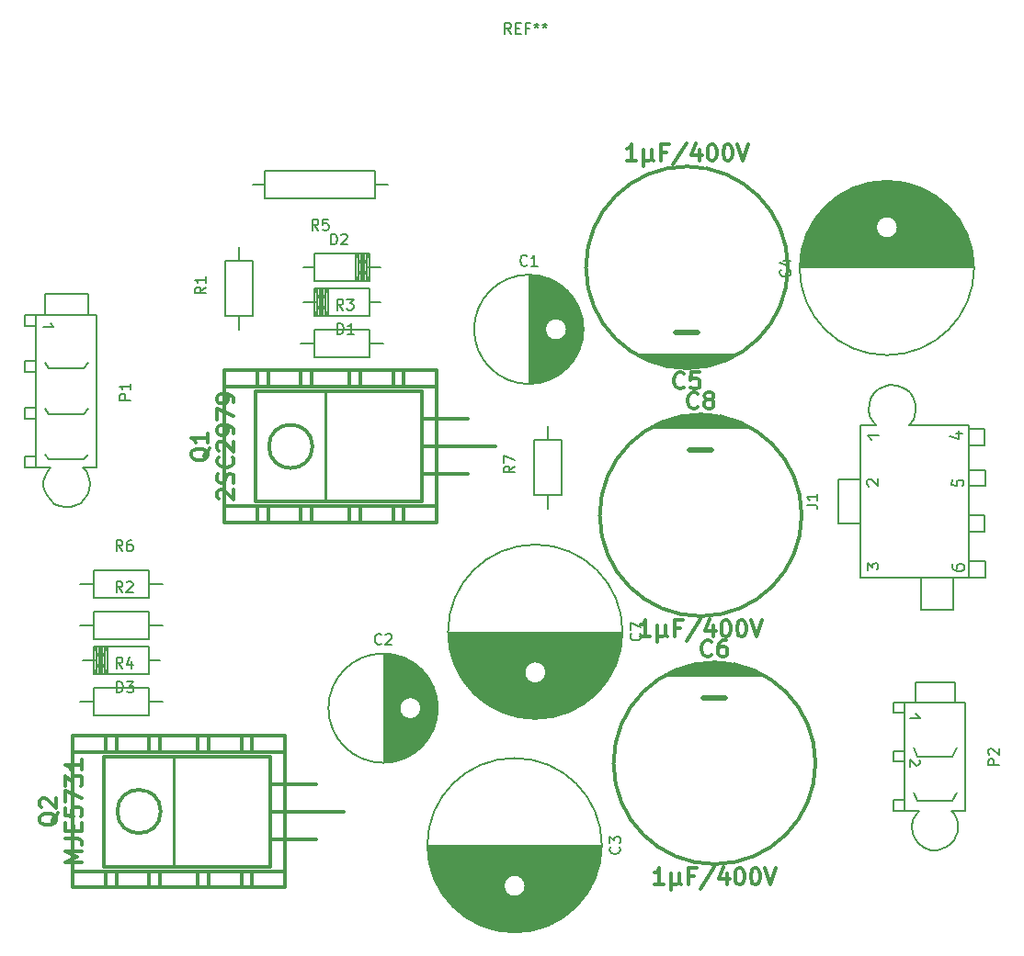
<source format=gbr>
G04 #@! TF.FileFunction,Legend,Top*
%FSLAX46Y46*%
G04 Gerber Fmt 4.6, Leading zero omitted, Abs format (unit mm)*
G04 Created by KiCad (PCBNEW 4.0.7) date 04/22/18 21:31:13*
%MOMM*%
%LPD*%
G01*
G04 APERTURE LIST*
%ADD10C,0.100000*%
%ADD11C,0.150000*%
%ADD12C,0.304800*%
%ADD13C,0.254000*%
%ADD14C,0.500000*%
G04 APERTURE END LIST*
D10*
D11*
X155830000Y-64120000D02*
X171830000Y-64120000D01*
X155833000Y-63980000D02*
X171827000Y-63980000D01*
X155838000Y-63840000D02*
X171822000Y-63840000D01*
X155845000Y-63700000D02*
X171815000Y-63700000D01*
X155855000Y-63560000D02*
X171805000Y-63560000D01*
X155868000Y-63420000D02*
X171792000Y-63420000D01*
X155882000Y-63280000D02*
X171778000Y-63280000D01*
X155900000Y-63140000D02*
X171760000Y-63140000D01*
X155920000Y-63000000D02*
X171740000Y-63000000D01*
X155942000Y-62860000D02*
X171718000Y-62860000D01*
X155967000Y-62720000D02*
X171693000Y-62720000D01*
X155995000Y-62580000D02*
X171665000Y-62580000D01*
X156025000Y-62440000D02*
X171635000Y-62440000D01*
X156058000Y-62300000D02*
X171602000Y-62300000D01*
X156093000Y-62160000D02*
X171567000Y-62160000D01*
X156131000Y-62020000D02*
X171529000Y-62020000D01*
X156172000Y-61880000D02*
X171488000Y-61880000D01*
X156216000Y-61740000D02*
X171444000Y-61740000D01*
X156263000Y-61600000D02*
X171397000Y-61600000D01*
X156312000Y-61460000D02*
X171348000Y-61460000D01*
X156364000Y-61320000D02*
X163346000Y-61320000D01*
X164314000Y-61320000D02*
X171296000Y-61320000D01*
X156420000Y-61180000D02*
X163152000Y-61180000D01*
X164508000Y-61180000D02*
X171240000Y-61180000D01*
X156478000Y-61040000D02*
X163026000Y-61040000D01*
X164634000Y-61040000D02*
X171182000Y-61040000D01*
X156540000Y-60900000D02*
X162940000Y-60900000D01*
X164720000Y-60900000D02*
X171120000Y-60900000D01*
X156605000Y-60760000D02*
X162881000Y-60760000D01*
X164779000Y-60760000D02*
X171055000Y-60760000D01*
X156673000Y-60620000D02*
X162845000Y-60620000D01*
X164815000Y-60620000D02*
X170987000Y-60620000D01*
X156745000Y-60480000D02*
X162831000Y-60480000D01*
X164829000Y-60480000D02*
X170915000Y-60480000D01*
X156820000Y-60340000D02*
X162836000Y-60340000D01*
X164824000Y-60340000D02*
X170840000Y-60340000D01*
X156899000Y-60200000D02*
X162860000Y-60200000D01*
X164800000Y-60200000D02*
X170761000Y-60200000D01*
X156982000Y-60060000D02*
X162907000Y-60060000D01*
X164753000Y-60060000D02*
X170678000Y-60060000D01*
X157068000Y-59920000D02*
X162979000Y-59920000D01*
X164681000Y-59920000D02*
X170592000Y-59920000D01*
X157159000Y-59780000D02*
X163083000Y-59780000D01*
X164577000Y-59780000D02*
X170501000Y-59780000D01*
X157253000Y-59640000D02*
X163237000Y-59640000D01*
X164423000Y-59640000D02*
X170407000Y-59640000D01*
X157353000Y-59500000D02*
X163503000Y-59500000D01*
X164157000Y-59500000D02*
X170307000Y-59500000D01*
X157456000Y-59360000D02*
X170204000Y-59360000D01*
X157565000Y-59220000D02*
X170095000Y-59220000D01*
X157679000Y-59080000D02*
X169981000Y-59080000D01*
X157798000Y-58940000D02*
X169862000Y-58940000D01*
X157923000Y-58800000D02*
X169737000Y-58800000D01*
X158054000Y-58660000D02*
X169606000Y-58660000D01*
X158191000Y-58520000D02*
X169469000Y-58520000D01*
X158336000Y-58380000D02*
X169324000Y-58380000D01*
X158488000Y-58240000D02*
X169172000Y-58240000D01*
X158648000Y-58100000D02*
X169012000Y-58100000D01*
X158818000Y-57960000D02*
X168842000Y-57960000D01*
X158997000Y-57820000D02*
X168663000Y-57820000D01*
X159187000Y-57680000D02*
X168473000Y-57680000D01*
X159390000Y-57540000D02*
X168270000Y-57540000D01*
X159608000Y-57400000D02*
X168052000Y-57400000D01*
X159842000Y-57260000D02*
X167818000Y-57260000D01*
X160096000Y-57120000D02*
X167564000Y-57120000D01*
X160374000Y-56980000D02*
X167286000Y-56980000D01*
X160683000Y-56840000D02*
X166977000Y-56840000D01*
X161033000Y-56700000D02*
X166627000Y-56700000D01*
X161441000Y-56560000D02*
X166219000Y-56560000D01*
X161946000Y-56420000D02*
X165714000Y-56420000D01*
X162667000Y-56280000D02*
X164993000Y-56280000D01*
X164830000Y-60445000D02*
G75*
G03X164830000Y-60445000I-1000000J0D01*
G01*
X171867500Y-64195000D02*
G75*
G03X171867500Y-64195000I-8037500J0D01*
G01*
X90805000Y-102870000D02*
X95885000Y-102870000D01*
X95885000Y-102870000D02*
X95885000Y-105410000D01*
X95885000Y-105410000D02*
X90805000Y-105410000D01*
X90805000Y-105410000D02*
X90805000Y-102870000D01*
X90805000Y-104140000D02*
X89535000Y-104140000D01*
X95885000Y-104140000D02*
X97155000Y-104140000D01*
X90805000Y-95885000D02*
X95885000Y-95885000D01*
X95885000Y-95885000D02*
X95885000Y-98425000D01*
X95885000Y-98425000D02*
X90805000Y-98425000D01*
X90805000Y-98425000D02*
X90805000Y-95885000D01*
X90805000Y-97155000D02*
X89535000Y-97155000D01*
X95885000Y-97155000D02*
X97155000Y-97155000D01*
X116205000Y-67310000D02*
X117221000Y-67310000D01*
X111379000Y-67310000D02*
X110109000Y-67310000D01*
X111633000Y-66040000D02*
X111633000Y-68580000D01*
X111887000Y-66040000D02*
X111887000Y-68580000D01*
X112141000Y-66040000D02*
X112141000Y-68580000D01*
X111379000Y-66040000D02*
X111379000Y-68580000D01*
X112395000Y-66040000D02*
X111125000Y-68580000D01*
X111125000Y-66040000D02*
X112395000Y-68580000D01*
X112395000Y-66040000D02*
X112395000Y-68580000D01*
X111760000Y-66040000D02*
X111760000Y-68580000D01*
X111125000Y-68580000D02*
X111125000Y-66040000D01*
X111125000Y-66040000D02*
X116205000Y-66040000D01*
X116205000Y-66040000D02*
X116205000Y-68580000D01*
X116205000Y-68580000D02*
X111125000Y-68580000D01*
X111125000Y-64135000D02*
X110109000Y-64135000D01*
X115951000Y-64135000D02*
X117221000Y-64135000D01*
X115697000Y-65405000D02*
X115697000Y-62865000D01*
X115443000Y-65405000D02*
X115443000Y-62865000D01*
X115189000Y-65405000D02*
X115189000Y-62865000D01*
X115951000Y-65405000D02*
X115951000Y-62865000D01*
X114935000Y-65405000D02*
X116205000Y-62865000D01*
X116205000Y-65405000D02*
X114935000Y-62865000D01*
X114935000Y-65405000D02*
X114935000Y-62865000D01*
X115570000Y-65405000D02*
X115570000Y-62865000D01*
X116205000Y-62865000D02*
X116205000Y-65405000D01*
X116205000Y-65405000D02*
X111125000Y-65405000D01*
X111125000Y-65405000D02*
X111125000Y-62865000D01*
X111125000Y-62865000D02*
X116205000Y-62865000D01*
X95885000Y-100327460D02*
X96901000Y-100327460D01*
X91059000Y-100327460D02*
X89789000Y-100327460D01*
X91313000Y-99057460D02*
X91313000Y-101597460D01*
X91567000Y-99057460D02*
X91567000Y-101597460D01*
X91821000Y-99057460D02*
X91821000Y-101597460D01*
X91059000Y-99057460D02*
X91059000Y-101597460D01*
X92075000Y-99057460D02*
X90805000Y-101597460D01*
X90805000Y-99057460D02*
X92075000Y-101597460D01*
X92075000Y-99057460D02*
X92075000Y-101597460D01*
X91440000Y-99057460D02*
X91440000Y-101597460D01*
X90805000Y-101597460D02*
X90805000Y-99057460D01*
X90805000Y-99057460D02*
X95885000Y-99057460D01*
X95885000Y-99057460D02*
X95885000Y-101597460D01*
X95885000Y-101597460D02*
X90805000Y-101597460D01*
D12*
X110915632Y-80645000D02*
G75*
G03X110915632Y-80645000I-2000432J0D01*
G01*
X119339360Y-75145900D02*
X119339360Y-73644760D01*
X118341140Y-75145900D02*
X118341140Y-73644760D01*
X115338860Y-75145900D02*
X115338860Y-73644760D01*
X114340640Y-75145900D02*
X114340640Y-73644760D01*
X110840520Y-75145900D02*
X110840520Y-73644760D01*
X109839760Y-75145900D02*
X109839760Y-73644760D01*
X106840020Y-75145900D02*
X106840020Y-73644760D01*
X105839260Y-75145900D02*
X105839260Y-73644760D01*
X105839260Y-87645240D02*
X105839260Y-86144100D01*
X106840020Y-87645240D02*
X106840020Y-86144100D01*
X109839760Y-87645240D02*
X109839760Y-86144100D01*
X110840520Y-87645240D02*
X110840520Y-86144100D01*
X114340640Y-87645240D02*
X114340640Y-86144100D01*
X115338860Y-87645240D02*
X115338860Y-86144100D01*
X118341140Y-87645240D02*
X118341140Y-86144100D01*
X119339360Y-87645240D02*
X119339360Y-86144100D01*
X102839520Y-75145900D02*
X122339100Y-75145900D01*
X122339100Y-86144100D02*
X102839520Y-86144100D01*
X122339100Y-87645240D02*
X122339100Y-73644760D01*
X122339100Y-73644760D02*
X102839520Y-73644760D01*
X102839520Y-73644760D02*
X102839520Y-87645240D01*
X102839520Y-87645240D02*
X122339100Y-87645240D01*
X121031000Y-80645000D02*
X127762000Y-80645000D01*
X125222000Y-78105000D02*
X121031000Y-78105000D01*
X125222000Y-83185000D02*
X121031000Y-83185000D01*
X121031000Y-85725000D02*
X121031000Y-75565000D01*
X105664000Y-75565000D02*
X105664000Y-85725000D01*
X121031000Y-75565000D02*
X105664000Y-75565000D01*
X105664000Y-85725000D02*
X121031000Y-85725000D01*
D13*
X112141000Y-75565000D02*
X112141000Y-85725000D01*
D12*
X96945632Y-114300000D02*
G75*
G03X96945632Y-114300000I-2000432J0D01*
G01*
X105369360Y-108800900D02*
X105369360Y-107299760D01*
X104371140Y-108800900D02*
X104371140Y-107299760D01*
X101368860Y-108800900D02*
X101368860Y-107299760D01*
X100370640Y-108800900D02*
X100370640Y-107299760D01*
X96870520Y-108800900D02*
X96870520Y-107299760D01*
X95869760Y-108800900D02*
X95869760Y-107299760D01*
X92870020Y-108800900D02*
X92870020Y-107299760D01*
X91869260Y-108800900D02*
X91869260Y-107299760D01*
X91869260Y-121300240D02*
X91869260Y-119799100D01*
X92870020Y-121300240D02*
X92870020Y-119799100D01*
X95869760Y-121300240D02*
X95869760Y-119799100D01*
X96870520Y-121300240D02*
X96870520Y-119799100D01*
X100370640Y-121300240D02*
X100370640Y-119799100D01*
X101368860Y-121300240D02*
X101368860Y-119799100D01*
X104371140Y-121300240D02*
X104371140Y-119799100D01*
X105369360Y-121300240D02*
X105369360Y-119799100D01*
X88869520Y-108800900D02*
X108369100Y-108800900D01*
X108369100Y-119799100D02*
X88869520Y-119799100D01*
X108369100Y-121300240D02*
X108369100Y-107299760D01*
X108369100Y-107299760D02*
X88869520Y-107299760D01*
X88869520Y-107299760D02*
X88869520Y-121300240D01*
X88869520Y-121300240D02*
X108369100Y-121300240D01*
X107061000Y-114300000D02*
X113792000Y-114300000D01*
X111252000Y-111760000D02*
X107061000Y-111760000D01*
X111252000Y-116840000D02*
X107061000Y-116840000D01*
X107061000Y-119380000D02*
X107061000Y-109220000D01*
X91694000Y-109220000D02*
X91694000Y-119380000D01*
X107061000Y-109220000D02*
X91694000Y-109220000D01*
X91694000Y-119380000D02*
X107061000Y-119380000D01*
D13*
X98171000Y-109220000D02*
X98171000Y-119380000D01*
D11*
X102870000Y-68580000D02*
X102870000Y-63500000D01*
X102870000Y-63500000D02*
X105410000Y-63500000D01*
X105410000Y-63500000D02*
X105410000Y-68580000D01*
X105410000Y-68580000D02*
X102870000Y-68580000D01*
X104140000Y-68580000D02*
X104140000Y-69850000D01*
X104140000Y-63500000D02*
X104140000Y-62230000D01*
X111125000Y-69850000D02*
X116205000Y-69850000D01*
X116205000Y-69850000D02*
X116205000Y-72390000D01*
X116205000Y-72390000D02*
X111125000Y-72390000D01*
X111125000Y-72390000D02*
X111125000Y-69850000D01*
X111125000Y-71120000D02*
X109855000Y-71120000D01*
X116205000Y-71120000D02*
X117475000Y-71120000D01*
X116720000Y-57785000D02*
X116720000Y-55245000D01*
X116720000Y-55245000D02*
X106560000Y-55245000D01*
X106560000Y-55245000D02*
X106560000Y-57785000D01*
X106560000Y-57785000D02*
X116720000Y-57785000D01*
X105410000Y-56515000D02*
X106560000Y-56515000D01*
X117870000Y-56515000D02*
X116720000Y-56515000D01*
X90805000Y-92075000D02*
X95885000Y-92075000D01*
X95885000Y-92075000D02*
X95885000Y-94615000D01*
X95885000Y-94615000D02*
X90805000Y-94615000D01*
X90805000Y-94615000D02*
X90805000Y-92075000D01*
X90805000Y-93345000D02*
X89535000Y-93345000D01*
X95885000Y-93345000D02*
X97155000Y-93345000D01*
X131318000Y-85090000D02*
X131318000Y-80010000D01*
X131318000Y-80010000D02*
X133858000Y-80010000D01*
X133858000Y-80010000D02*
X133858000Y-85090000D01*
X133858000Y-85090000D02*
X131318000Y-85090000D01*
X132588000Y-85090000D02*
X132588000Y-86360000D01*
X132588000Y-80010000D02*
X132588000Y-78740000D01*
X130925000Y-64851000D02*
X130925000Y-74849000D01*
X131065000Y-64855000D02*
X131065000Y-74845000D01*
X131205000Y-64863000D02*
X131205000Y-74837000D01*
X131345000Y-64875000D02*
X131345000Y-74825000D01*
X131485000Y-64890000D02*
X131485000Y-74810000D01*
X131625000Y-64910000D02*
X131625000Y-74790000D01*
X131765000Y-64934000D02*
X131765000Y-74766000D01*
X131905000Y-64963000D02*
X131905000Y-74737000D01*
X132045000Y-64995000D02*
X132045000Y-74705000D01*
X132185000Y-65032000D02*
X132185000Y-74668000D01*
X132325000Y-65073000D02*
X132325000Y-74627000D01*
X132465000Y-65118000D02*
X132465000Y-69384000D01*
X132465000Y-70316000D02*
X132465000Y-74582000D01*
X132605000Y-65168000D02*
X132605000Y-69183000D01*
X132605000Y-70517000D02*
X132605000Y-74532000D01*
X132745000Y-65223000D02*
X132745000Y-69054000D01*
X132745000Y-70646000D02*
X132745000Y-74477000D01*
X132885000Y-65283000D02*
X132885000Y-68965000D01*
X132885000Y-70735000D02*
X132885000Y-74417000D01*
X133025000Y-65348000D02*
X133025000Y-68904000D01*
X133025000Y-70796000D02*
X133025000Y-74352000D01*
X133165000Y-65418000D02*
X133165000Y-68867000D01*
X133165000Y-70833000D02*
X133165000Y-74282000D01*
X133305000Y-65494000D02*
X133305000Y-68851000D01*
X133305000Y-70849000D02*
X133305000Y-74206000D01*
X133445000Y-65576000D02*
X133445000Y-68855000D01*
X133445000Y-70845000D02*
X133445000Y-74124000D01*
X133585000Y-65664000D02*
X133585000Y-68878000D01*
X133585000Y-70822000D02*
X133585000Y-74036000D01*
X133725000Y-65759000D02*
X133725000Y-68923000D01*
X133725000Y-70777000D02*
X133725000Y-73941000D01*
X133865000Y-65861000D02*
X133865000Y-68993000D01*
X133865000Y-70707000D02*
X133865000Y-73839000D01*
X134005000Y-65971000D02*
X134005000Y-69094000D01*
X134005000Y-70606000D02*
X134005000Y-73729000D01*
X134145000Y-66089000D02*
X134145000Y-69243000D01*
X134145000Y-70457000D02*
X134145000Y-73611000D01*
X134285000Y-66217000D02*
X134285000Y-69495000D01*
X134285000Y-70205000D02*
X134285000Y-73483000D01*
X134425000Y-66354000D02*
X134425000Y-73346000D01*
X134565000Y-66504000D02*
X134565000Y-73196000D01*
X134705000Y-66666000D02*
X134705000Y-73034000D01*
X134845000Y-66843000D02*
X134845000Y-72857000D01*
X134985000Y-67039000D02*
X134985000Y-72661000D01*
X135125000Y-67257000D02*
X135125000Y-72443000D01*
X135265000Y-67503000D02*
X135265000Y-72197000D01*
X135405000Y-67788000D02*
X135405000Y-71912000D01*
X135545000Y-68130000D02*
X135545000Y-71570000D01*
X135685000Y-68576000D02*
X135685000Y-71124000D01*
X135825000Y-69351000D02*
X135825000Y-70349000D01*
X134350000Y-69850000D02*
G75*
G03X134350000Y-69850000I-1000000J0D01*
G01*
X135887500Y-69850000D02*
G75*
G03X135887500Y-69850000I-5037500J0D01*
G01*
X117510000Y-99776000D02*
X117510000Y-109774000D01*
X117650000Y-99780000D02*
X117650000Y-109770000D01*
X117790000Y-99788000D02*
X117790000Y-109762000D01*
X117930000Y-99800000D02*
X117930000Y-109750000D01*
X118070000Y-99815000D02*
X118070000Y-109735000D01*
X118210000Y-99835000D02*
X118210000Y-109715000D01*
X118350000Y-99859000D02*
X118350000Y-109691000D01*
X118490000Y-99888000D02*
X118490000Y-109662000D01*
X118630000Y-99920000D02*
X118630000Y-109630000D01*
X118770000Y-99957000D02*
X118770000Y-109593000D01*
X118910000Y-99998000D02*
X118910000Y-109552000D01*
X119050000Y-100043000D02*
X119050000Y-104309000D01*
X119050000Y-105241000D02*
X119050000Y-109507000D01*
X119190000Y-100093000D02*
X119190000Y-104108000D01*
X119190000Y-105442000D02*
X119190000Y-109457000D01*
X119330000Y-100148000D02*
X119330000Y-103979000D01*
X119330000Y-105571000D02*
X119330000Y-109402000D01*
X119470000Y-100208000D02*
X119470000Y-103890000D01*
X119470000Y-105660000D02*
X119470000Y-109342000D01*
X119610000Y-100273000D02*
X119610000Y-103829000D01*
X119610000Y-105721000D02*
X119610000Y-109277000D01*
X119750000Y-100343000D02*
X119750000Y-103792000D01*
X119750000Y-105758000D02*
X119750000Y-109207000D01*
X119890000Y-100419000D02*
X119890000Y-103776000D01*
X119890000Y-105774000D02*
X119890000Y-109131000D01*
X120030000Y-100501000D02*
X120030000Y-103780000D01*
X120030000Y-105770000D02*
X120030000Y-109049000D01*
X120170000Y-100589000D02*
X120170000Y-103803000D01*
X120170000Y-105747000D02*
X120170000Y-108961000D01*
X120310000Y-100684000D02*
X120310000Y-103848000D01*
X120310000Y-105702000D02*
X120310000Y-108866000D01*
X120450000Y-100786000D02*
X120450000Y-103918000D01*
X120450000Y-105632000D02*
X120450000Y-108764000D01*
X120590000Y-100896000D02*
X120590000Y-104019000D01*
X120590000Y-105531000D02*
X120590000Y-108654000D01*
X120730000Y-101014000D02*
X120730000Y-104168000D01*
X120730000Y-105382000D02*
X120730000Y-108536000D01*
X120870000Y-101142000D02*
X120870000Y-104420000D01*
X120870000Y-105130000D02*
X120870000Y-108408000D01*
X121010000Y-101279000D02*
X121010000Y-108271000D01*
X121150000Y-101429000D02*
X121150000Y-108121000D01*
X121290000Y-101591000D02*
X121290000Y-107959000D01*
X121430000Y-101768000D02*
X121430000Y-107782000D01*
X121570000Y-101964000D02*
X121570000Y-107586000D01*
X121710000Y-102182000D02*
X121710000Y-107368000D01*
X121850000Y-102428000D02*
X121850000Y-107122000D01*
X121990000Y-102713000D02*
X121990000Y-106837000D01*
X122130000Y-103055000D02*
X122130000Y-106495000D01*
X122270000Y-103501000D02*
X122270000Y-106049000D01*
X122410000Y-104276000D02*
X122410000Y-105274000D01*
X120935000Y-104775000D02*
G75*
G03X120935000Y-104775000I-1000000J0D01*
G01*
X122472500Y-104775000D02*
G75*
G03X122472500Y-104775000I-5037500J0D01*
G01*
X137540000Y-117490000D02*
X121540000Y-117490000D01*
X137537000Y-117630000D02*
X121543000Y-117630000D01*
X137532000Y-117770000D02*
X121548000Y-117770000D01*
X137525000Y-117910000D02*
X121555000Y-117910000D01*
X137515000Y-118050000D02*
X121565000Y-118050000D01*
X137502000Y-118190000D02*
X121578000Y-118190000D01*
X137488000Y-118330000D02*
X121592000Y-118330000D01*
X137470000Y-118470000D02*
X121610000Y-118470000D01*
X137450000Y-118610000D02*
X121630000Y-118610000D01*
X137428000Y-118750000D02*
X121652000Y-118750000D01*
X137403000Y-118890000D02*
X121677000Y-118890000D01*
X137375000Y-119030000D02*
X121705000Y-119030000D01*
X137345000Y-119170000D02*
X121735000Y-119170000D01*
X137312000Y-119310000D02*
X121768000Y-119310000D01*
X137277000Y-119450000D02*
X121803000Y-119450000D01*
X137239000Y-119590000D02*
X121841000Y-119590000D01*
X137198000Y-119730000D02*
X121882000Y-119730000D01*
X137154000Y-119870000D02*
X121926000Y-119870000D01*
X137107000Y-120010000D02*
X121973000Y-120010000D01*
X137058000Y-120150000D02*
X122022000Y-120150000D01*
X137006000Y-120290000D02*
X130024000Y-120290000D01*
X129056000Y-120290000D02*
X122074000Y-120290000D01*
X136950000Y-120430000D02*
X130218000Y-120430000D01*
X128862000Y-120430000D02*
X122130000Y-120430000D01*
X136892000Y-120570000D02*
X130344000Y-120570000D01*
X128736000Y-120570000D02*
X122188000Y-120570000D01*
X136830000Y-120710000D02*
X130430000Y-120710000D01*
X128650000Y-120710000D02*
X122250000Y-120710000D01*
X136765000Y-120850000D02*
X130489000Y-120850000D01*
X128591000Y-120850000D02*
X122315000Y-120850000D01*
X136697000Y-120990000D02*
X130525000Y-120990000D01*
X128555000Y-120990000D02*
X122383000Y-120990000D01*
X136625000Y-121130000D02*
X130539000Y-121130000D01*
X128541000Y-121130000D02*
X122455000Y-121130000D01*
X136550000Y-121270000D02*
X130534000Y-121270000D01*
X128546000Y-121270000D02*
X122530000Y-121270000D01*
X136471000Y-121410000D02*
X130510000Y-121410000D01*
X128570000Y-121410000D02*
X122609000Y-121410000D01*
X136388000Y-121550000D02*
X130463000Y-121550000D01*
X128617000Y-121550000D02*
X122692000Y-121550000D01*
X136302000Y-121690000D02*
X130391000Y-121690000D01*
X128689000Y-121690000D02*
X122778000Y-121690000D01*
X136211000Y-121830000D02*
X130287000Y-121830000D01*
X128793000Y-121830000D02*
X122869000Y-121830000D01*
X136117000Y-121970000D02*
X130133000Y-121970000D01*
X128947000Y-121970000D02*
X122963000Y-121970000D01*
X136017000Y-122110000D02*
X129867000Y-122110000D01*
X129213000Y-122110000D02*
X123063000Y-122110000D01*
X135914000Y-122250000D02*
X123166000Y-122250000D01*
X135805000Y-122390000D02*
X123275000Y-122390000D01*
X135691000Y-122530000D02*
X123389000Y-122530000D01*
X135572000Y-122670000D02*
X123508000Y-122670000D01*
X135447000Y-122810000D02*
X123633000Y-122810000D01*
X135316000Y-122950000D02*
X123764000Y-122950000D01*
X135179000Y-123090000D02*
X123901000Y-123090000D01*
X135034000Y-123230000D02*
X124046000Y-123230000D01*
X134882000Y-123370000D02*
X124198000Y-123370000D01*
X134722000Y-123510000D02*
X124358000Y-123510000D01*
X134552000Y-123650000D02*
X124528000Y-123650000D01*
X134373000Y-123790000D02*
X124707000Y-123790000D01*
X134183000Y-123930000D02*
X124897000Y-123930000D01*
X133980000Y-124070000D02*
X125100000Y-124070000D01*
X133762000Y-124210000D02*
X125318000Y-124210000D01*
X133528000Y-124350000D02*
X125552000Y-124350000D01*
X133274000Y-124490000D02*
X125806000Y-124490000D01*
X132996000Y-124630000D02*
X126084000Y-124630000D01*
X132687000Y-124770000D02*
X126393000Y-124770000D01*
X132337000Y-124910000D02*
X126743000Y-124910000D01*
X131929000Y-125050000D02*
X127151000Y-125050000D01*
X131424000Y-125190000D02*
X127656000Y-125190000D01*
X130703000Y-125330000D02*
X128377000Y-125330000D01*
X130540000Y-121165000D02*
G75*
G03X130540000Y-121165000I-1000000J0D01*
G01*
X137577500Y-117415000D02*
G75*
G03X137577500Y-117415000I-8037500J0D01*
G01*
D12*
X149915000Y-72235000D02*
X140915000Y-72235000D01*
X147215000Y-73235000D02*
X143615000Y-73235000D01*
X142815000Y-73035000D02*
X148015000Y-73035000D01*
X148615000Y-72835000D02*
X142215000Y-72835000D01*
X141715000Y-72635000D02*
X149115000Y-72635000D01*
X149515000Y-72435000D02*
X141315000Y-72435000D01*
X154715000Y-64135000D02*
G75*
G03X154715000Y-64135000I-9300000J0D01*
G01*
D14*
X146415000Y-70135000D02*
X144415000Y-70135000D01*
D12*
X143455000Y-101755000D02*
X152455000Y-101755000D01*
X146155000Y-100755000D02*
X149755000Y-100755000D01*
X150555000Y-100955000D02*
X145355000Y-100955000D01*
X144755000Y-101155000D02*
X151155000Y-101155000D01*
X151655000Y-101355000D02*
X144255000Y-101355000D01*
X143855000Y-101555000D02*
X152055000Y-101555000D01*
X157255000Y-109855000D02*
G75*
G03X157255000Y-109855000I-9300000J0D01*
G01*
D14*
X146955000Y-103855000D02*
X148955000Y-103855000D01*
D11*
X139445000Y-97805000D02*
X123445000Y-97805000D01*
X139442000Y-97945000D02*
X123448000Y-97945000D01*
X139437000Y-98085000D02*
X123453000Y-98085000D01*
X139430000Y-98225000D02*
X123460000Y-98225000D01*
X139420000Y-98365000D02*
X123470000Y-98365000D01*
X139407000Y-98505000D02*
X123483000Y-98505000D01*
X139393000Y-98645000D02*
X123497000Y-98645000D01*
X139375000Y-98785000D02*
X123515000Y-98785000D01*
X139355000Y-98925000D02*
X123535000Y-98925000D01*
X139333000Y-99065000D02*
X123557000Y-99065000D01*
X139308000Y-99205000D02*
X123582000Y-99205000D01*
X139280000Y-99345000D02*
X123610000Y-99345000D01*
X139250000Y-99485000D02*
X123640000Y-99485000D01*
X139217000Y-99625000D02*
X123673000Y-99625000D01*
X139182000Y-99765000D02*
X123708000Y-99765000D01*
X139144000Y-99905000D02*
X123746000Y-99905000D01*
X139103000Y-100045000D02*
X123787000Y-100045000D01*
X139059000Y-100185000D02*
X123831000Y-100185000D01*
X139012000Y-100325000D02*
X123878000Y-100325000D01*
X138963000Y-100465000D02*
X123927000Y-100465000D01*
X138911000Y-100605000D02*
X131929000Y-100605000D01*
X130961000Y-100605000D02*
X123979000Y-100605000D01*
X138855000Y-100745000D02*
X132123000Y-100745000D01*
X130767000Y-100745000D02*
X124035000Y-100745000D01*
X138797000Y-100885000D02*
X132249000Y-100885000D01*
X130641000Y-100885000D02*
X124093000Y-100885000D01*
X138735000Y-101025000D02*
X132335000Y-101025000D01*
X130555000Y-101025000D02*
X124155000Y-101025000D01*
X138670000Y-101165000D02*
X132394000Y-101165000D01*
X130496000Y-101165000D02*
X124220000Y-101165000D01*
X138602000Y-101305000D02*
X132430000Y-101305000D01*
X130460000Y-101305000D02*
X124288000Y-101305000D01*
X138530000Y-101445000D02*
X132444000Y-101445000D01*
X130446000Y-101445000D02*
X124360000Y-101445000D01*
X138455000Y-101585000D02*
X132439000Y-101585000D01*
X130451000Y-101585000D02*
X124435000Y-101585000D01*
X138376000Y-101725000D02*
X132415000Y-101725000D01*
X130475000Y-101725000D02*
X124514000Y-101725000D01*
X138293000Y-101865000D02*
X132368000Y-101865000D01*
X130522000Y-101865000D02*
X124597000Y-101865000D01*
X138207000Y-102005000D02*
X132296000Y-102005000D01*
X130594000Y-102005000D02*
X124683000Y-102005000D01*
X138116000Y-102145000D02*
X132192000Y-102145000D01*
X130698000Y-102145000D02*
X124774000Y-102145000D01*
X138022000Y-102285000D02*
X132038000Y-102285000D01*
X130852000Y-102285000D02*
X124868000Y-102285000D01*
X137922000Y-102425000D02*
X131772000Y-102425000D01*
X131118000Y-102425000D02*
X124968000Y-102425000D01*
X137819000Y-102565000D02*
X125071000Y-102565000D01*
X137710000Y-102705000D02*
X125180000Y-102705000D01*
X137596000Y-102845000D02*
X125294000Y-102845000D01*
X137477000Y-102985000D02*
X125413000Y-102985000D01*
X137352000Y-103125000D02*
X125538000Y-103125000D01*
X137221000Y-103265000D02*
X125669000Y-103265000D01*
X137084000Y-103405000D02*
X125806000Y-103405000D01*
X136939000Y-103545000D02*
X125951000Y-103545000D01*
X136787000Y-103685000D02*
X126103000Y-103685000D01*
X136627000Y-103825000D02*
X126263000Y-103825000D01*
X136457000Y-103965000D02*
X126433000Y-103965000D01*
X136278000Y-104105000D02*
X126612000Y-104105000D01*
X136088000Y-104245000D02*
X126802000Y-104245000D01*
X135885000Y-104385000D02*
X127005000Y-104385000D01*
X135667000Y-104525000D02*
X127223000Y-104525000D01*
X135433000Y-104665000D02*
X127457000Y-104665000D01*
X135179000Y-104805000D02*
X127711000Y-104805000D01*
X134901000Y-104945000D02*
X127989000Y-104945000D01*
X134592000Y-105085000D02*
X128298000Y-105085000D01*
X134242000Y-105225000D02*
X128648000Y-105225000D01*
X133834000Y-105365000D02*
X129056000Y-105365000D01*
X133329000Y-105505000D02*
X129561000Y-105505000D01*
X132608000Y-105645000D02*
X130282000Y-105645000D01*
X132445000Y-101480000D02*
G75*
G03X132445000Y-101480000I-1000000J0D01*
G01*
X139482500Y-97730000D02*
G75*
G03X139482500Y-97730000I-8037500J0D01*
G01*
D12*
X142185000Y-78895000D02*
X151185000Y-78895000D01*
X144885000Y-77895000D02*
X148485000Y-77895000D01*
X149285000Y-78095000D02*
X144085000Y-78095000D01*
X143485000Y-78295000D02*
X149885000Y-78295000D01*
X150385000Y-78495000D02*
X142985000Y-78495000D01*
X142585000Y-78695000D02*
X150785000Y-78695000D01*
X155985000Y-86995000D02*
G75*
G03X155985000Y-86995000I-9300000J0D01*
G01*
D14*
X145685000Y-80995000D02*
X147685000Y-80995000D01*
D11*
X86763860Y-69293740D02*
X87045800Y-69613780D01*
X87045800Y-69613780D02*
X86085680Y-69623940D01*
X84465160Y-81561940D02*
X85463380Y-81561940D01*
X84465160Y-82562700D02*
X84465160Y-81561940D01*
X85463380Y-82562700D02*
X84465160Y-82562700D01*
X85463380Y-81561940D02*
X85463380Y-82562700D01*
X85463380Y-77063600D02*
X85463380Y-78064360D01*
X85463380Y-78064360D02*
X84465160Y-78064360D01*
X84465160Y-78064360D02*
X84465160Y-77063600D01*
X84465160Y-77063600D02*
X85463380Y-77063600D01*
X84465160Y-72763380D02*
X85463380Y-72763380D01*
X84465160Y-73764140D02*
X84465160Y-72763380D01*
X85463380Y-73764140D02*
X84465160Y-73764140D01*
X85463380Y-72763380D02*
X85463380Y-73764140D01*
X85463380Y-68564760D02*
X85463380Y-69565520D01*
X85463380Y-69565520D02*
X84465160Y-69565520D01*
X84465160Y-69565520D02*
X84465160Y-68564760D01*
X84465160Y-68564760D02*
X85463380Y-68564760D01*
X89865200Y-81864200D02*
X90263980Y-81363820D01*
X89865200Y-81864200D02*
X86664800Y-81864200D01*
X86664800Y-81864200D02*
X86266020Y-81363820D01*
X86664800Y-77665580D02*
X86266020Y-77165200D01*
X89865200Y-77665580D02*
X90263980Y-77165200D01*
X86664800Y-73464420D02*
X86266020Y-72964040D01*
X89865200Y-73464420D02*
X90263980Y-72964040D01*
X89865200Y-77665580D02*
X86664800Y-77665580D01*
X89865200Y-73464420D02*
X86664800Y-73464420D01*
X90263980Y-68564760D02*
X90263980Y-66565780D01*
X90263980Y-66565780D02*
X86266020Y-66565780D01*
X86266020Y-66565780D02*
X86266020Y-68564760D01*
X89766140Y-82565240D02*
X90065860Y-82964020D01*
X90065860Y-82964020D02*
X90263980Y-83365340D01*
X90263980Y-83365340D02*
X90365580Y-83665060D01*
X90365580Y-83665060D02*
X90464640Y-84063840D01*
X90464640Y-84063840D02*
X90365580Y-84665820D01*
X90365580Y-84665820D02*
X90164920Y-85166200D01*
X90164920Y-85166200D02*
X89865200Y-85564980D01*
X89865200Y-85564980D02*
X89565480Y-85864700D01*
X89565480Y-85864700D02*
X89164160Y-86065360D01*
X89164160Y-86065360D02*
X88663780Y-86266020D01*
X88663780Y-86266020D02*
X88165940Y-86266020D01*
X88165940Y-86266020D02*
X87665560Y-86164420D01*
X87665560Y-86164420D02*
X87165180Y-85963760D01*
X87165180Y-85963760D02*
X86763860Y-85564980D01*
X86763860Y-85564980D02*
X86464140Y-85166200D01*
X86464140Y-85166200D02*
X86266020Y-84764880D01*
X86266020Y-84764880D02*
X86164420Y-84366100D01*
X86164420Y-84366100D02*
X86164420Y-83865720D01*
X86164420Y-83865720D02*
X86365080Y-83263740D01*
X86365080Y-83263740D02*
X86565740Y-82964020D01*
X86565740Y-82964020D02*
X86763860Y-82565240D01*
X85465920Y-82565240D02*
X86763860Y-82565240D01*
X91064080Y-82565240D02*
X89766140Y-82565240D01*
X91064080Y-68564760D02*
X85465920Y-68564760D01*
X85465920Y-68564760D02*
X85465920Y-82565240D01*
X91064080Y-68564760D02*
X91064080Y-82565240D01*
X166804340Y-109590840D02*
X166855140Y-109679740D01*
X166855140Y-109679740D02*
X166855140Y-109880400D01*
X166855140Y-109880400D02*
X166745920Y-110040420D01*
X166745920Y-110040420D02*
X166545260Y-110098840D01*
X166545260Y-110098840D02*
X165966140Y-109489240D01*
X165966140Y-109489240D02*
X165966140Y-110159800D01*
X166484300Y-105310940D02*
X166855140Y-105709720D01*
X166855140Y-105709720D02*
X165966140Y-105699560D01*
X169875200Y-109220000D02*
X170273980Y-108419900D01*
X169875200Y-113360200D02*
X170273980Y-112560100D01*
X166674800Y-113360200D02*
X166276020Y-112560100D01*
X166674800Y-109220000D02*
X166276020Y-108419900D01*
X169875200Y-113360200D02*
X166674800Y-113360200D01*
X169875200Y-109220000D02*
X166674800Y-109220000D01*
X165475920Y-109720380D02*
X164475160Y-109720380D01*
X164475160Y-109720380D02*
X164475160Y-108719620D01*
X164475160Y-108719620D02*
X165475920Y-108719620D01*
X165475920Y-114221260D02*
X164475160Y-114221260D01*
X164475160Y-114221260D02*
X164475160Y-113220500D01*
X164475160Y-113220500D02*
X165475920Y-113220500D01*
X165475920Y-104218740D02*
X164475160Y-104218740D01*
X164475160Y-104218740D02*
X164475160Y-105219500D01*
X164475160Y-105219500D02*
X165475920Y-105219500D01*
X170075860Y-104218740D02*
X170075860Y-102420420D01*
X170075860Y-102420420D02*
X166474140Y-102420420D01*
X166474140Y-102420420D02*
X166474140Y-104218740D01*
X169776140Y-114221260D02*
X169994580Y-114490500D01*
X169994580Y-114490500D02*
X170205400Y-114868960D01*
X170205400Y-114868960D02*
X170334940Y-115260120D01*
X170334940Y-115260120D02*
X170395900Y-115740180D01*
X170395900Y-115740180D02*
X170345100Y-116210080D01*
X170345100Y-116210080D02*
X170225720Y-116550440D01*
X170225720Y-116550440D02*
X170025060Y-116928900D01*
X170025060Y-116928900D02*
X169705020Y-117299740D01*
X169705020Y-117299740D02*
X169354500Y-117551200D01*
X169354500Y-117551200D02*
X168904920Y-117759480D01*
X168904920Y-117759480D02*
X168465500Y-117850920D01*
X168465500Y-117850920D02*
X167924480Y-117850920D01*
X167924480Y-117850920D02*
X167215820Y-117599460D01*
X167215820Y-117599460D02*
X166745920Y-117231160D01*
X166745920Y-117231160D02*
X166494460Y-116870480D01*
X166494460Y-116870480D02*
X166235380Y-116339620D01*
X166235380Y-116339620D02*
X166174420Y-115689380D01*
X166174420Y-115689380D02*
X166255700Y-115100100D01*
X166255700Y-115100100D02*
X166474140Y-114650520D01*
X166474140Y-114650520D02*
X166773860Y-114221260D01*
X171074080Y-104218740D02*
X165475920Y-104218740D01*
X165475920Y-104218740D02*
X165475920Y-114221260D01*
X165475920Y-114221260D02*
X166773860Y-114221260D01*
X171074080Y-104218740D02*
X171074080Y-114228880D01*
X171074080Y-114228880D02*
X169765980Y-114221260D01*
X170799760Y-79484220D02*
X170159680Y-79474060D01*
X169611040Y-79684880D02*
X170418760Y-79984600D01*
X170418760Y-79984600D02*
X170418760Y-79184500D01*
X169819320Y-83705700D02*
X169809160Y-84234020D01*
X169809160Y-84234020D02*
X170299380Y-84264500D01*
X170299380Y-84264500D02*
X170258740Y-84114640D01*
X170258740Y-84114640D02*
X170279060Y-83865720D01*
X170279060Y-83865720D02*
X170390820Y-83764120D01*
X170390820Y-83764120D02*
X170599100Y-83743800D01*
X170599100Y-83743800D02*
X170779440Y-83774280D01*
X170779440Y-83774280D02*
X170860720Y-83875880D01*
X170860720Y-83875880D02*
X170891200Y-84046060D01*
X170891200Y-84046060D02*
X170881040Y-84104480D01*
X170881040Y-84104480D02*
X170850560Y-84206080D01*
X170850560Y-84206080D02*
X170748960Y-84264500D01*
X169870120Y-91506040D02*
X169870120Y-91605100D01*
X169870120Y-91605100D02*
X169870120Y-91836240D01*
X169870120Y-91836240D02*
X169931080Y-91945460D01*
X169931080Y-91945460D02*
X170108880Y-92075000D01*
X170108880Y-92075000D02*
X170380660Y-92115640D01*
X170380660Y-92115640D02*
X170639740Y-92115640D01*
X170639740Y-92115640D02*
X170860720Y-92064840D01*
X170860720Y-92064840D02*
X170919140Y-91945460D01*
X170919140Y-91945460D02*
X170959780Y-91666060D01*
X170959780Y-91666060D02*
X170850560Y-91533980D01*
X170850560Y-91533980D02*
X170670220Y-91455240D01*
X170670220Y-91455240D02*
X170449240Y-91455240D01*
X170449240Y-91455240D02*
X170350180Y-91544140D01*
X170350180Y-91544140D02*
X170319700Y-91676220D01*
X170319700Y-91676220D02*
X170309540Y-91925140D01*
X162039300Y-92105480D02*
X162039300Y-91404440D01*
X162039300Y-91404440D02*
X162450780Y-91785440D01*
X162450780Y-91785440D02*
X162471100Y-91516200D01*
X162471100Y-91516200D02*
X162638740Y-91434920D01*
X162638740Y-91434920D02*
X162829240Y-91424760D01*
X162829240Y-91424760D02*
X162958780Y-91485720D01*
X162958780Y-91485720D02*
X163009580Y-91605100D01*
X163009580Y-91605100D02*
X163009580Y-91714320D01*
X163009580Y-91714320D02*
X162999420Y-91884500D01*
X162999420Y-91884500D02*
X162941000Y-92014040D01*
X162168840Y-84335620D02*
X162059620Y-84195920D01*
X162059620Y-84195920D02*
X162008820Y-84084160D01*
X162008820Y-84084160D02*
X162018980Y-83845400D01*
X162018980Y-83845400D02*
X162110420Y-83675220D01*
X162110420Y-83675220D02*
X162239960Y-83654900D01*
X162239960Y-83654900D02*
X162410140Y-83705700D01*
X162410140Y-83705700D02*
X162989260Y-84274660D01*
X162989260Y-84274660D02*
X162989260Y-83593940D01*
X162440620Y-80025240D02*
X162059620Y-79613760D01*
X162059620Y-79613760D02*
X163050220Y-79613760D01*
X172859700Y-80543400D02*
X171361100Y-80543400D01*
X172859700Y-79044800D02*
X172859700Y-80543400D01*
X171361100Y-79044800D02*
X172859700Y-79044800D01*
X171361100Y-80543400D02*
X171361100Y-79044800D01*
X171368720Y-84305140D02*
X171368720Y-82806540D01*
X171368720Y-82806540D02*
X172867320Y-82806540D01*
X172867320Y-82806540D02*
X172867320Y-84305140D01*
X172867320Y-84305140D02*
X171368720Y-84305140D01*
X172859700Y-88503760D02*
X171361100Y-88503760D01*
X172859700Y-87005160D02*
X172859700Y-88503760D01*
X171361100Y-87005160D02*
X172859700Y-87005160D01*
X171361100Y-88503760D02*
X171361100Y-87005160D01*
X171371260Y-92735400D02*
X171371260Y-91236800D01*
X171371260Y-91236800D02*
X172869860Y-91236800D01*
X172869860Y-91236800D02*
X172869860Y-92735400D01*
X172869860Y-92735400D02*
X171371260Y-92735400D01*
X166959280Y-95724980D02*
X166959280Y-92725240D01*
X166959280Y-92725240D02*
X169959020Y-92725240D01*
X169959020Y-92725240D02*
X169959020Y-95724980D01*
X169959020Y-95724980D02*
X166959280Y-95724980D01*
X171371260Y-78724760D02*
X165869620Y-78724760D01*
X165869620Y-78724760D02*
X166281100Y-78183740D01*
X166281100Y-78183740D02*
X166489380Y-77444600D01*
X166489380Y-77444600D02*
X166489380Y-76835000D01*
X166489380Y-76835000D02*
X166309040Y-76266040D01*
X166309040Y-76266040D02*
X165930580Y-75684380D01*
X165930580Y-75684380D02*
X165420040Y-75275440D01*
X165420040Y-75275440D02*
X164769800Y-75013820D01*
X164769800Y-75013820D02*
X164089080Y-74985880D01*
X164089080Y-74985880D02*
X163560760Y-75105260D01*
X163560760Y-75105260D02*
X163040060Y-75425300D01*
X163040060Y-75425300D02*
X162631120Y-75765660D01*
X162631120Y-75765660D02*
X162339020Y-76215240D01*
X162339020Y-76215240D02*
X162209480Y-76746100D01*
X162209480Y-76746100D02*
X162179000Y-77254100D01*
X162179000Y-77254100D02*
X162250120Y-77805280D01*
X162250120Y-77805280D02*
X162499040Y-78295500D01*
X162499040Y-78295500D02*
X162819080Y-78724760D01*
X161368740Y-78724760D02*
X162819080Y-78724760D01*
X161368740Y-83726020D02*
X159369760Y-83726020D01*
X159369760Y-83726020D02*
X159369760Y-87723980D01*
X159369760Y-87723980D02*
X161368740Y-87723980D01*
X171371260Y-78724760D02*
X171371260Y-92725240D01*
X171371260Y-92725240D02*
X161368740Y-92725240D01*
X161368740Y-92725240D02*
X161368740Y-78724760D01*
X154887143Y-64361666D02*
X154934762Y-64409285D01*
X154982381Y-64552142D01*
X154982381Y-64647380D01*
X154934762Y-64790238D01*
X154839524Y-64885476D01*
X154744286Y-64933095D01*
X154553810Y-64980714D01*
X154410952Y-64980714D01*
X154220476Y-64933095D01*
X154125238Y-64885476D01*
X154030000Y-64790238D01*
X153982381Y-64647380D01*
X153982381Y-64552142D01*
X154030000Y-64409285D01*
X154077619Y-64361666D01*
X154315714Y-63504523D02*
X154982381Y-63504523D01*
X153934762Y-63742619D02*
X154649048Y-63980714D01*
X154649048Y-63361666D01*
X93427254Y-101092261D02*
X93093920Y-100616070D01*
X92855825Y-101092261D02*
X92855825Y-100092261D01*
X93236778Y-100092261D01*
X93332016Y-100139880D01*
X93379635Y-100187499D01*
X93427254Y-100282737D01*
X93427254Y-100425594D01*
X93379635Y-100520832D01*
X93332016Y-100568451D01*
X93236778Y-100616070D01*
X92855825Y-100616070D01*
X94284397Y-100425594D02*
X94284397Y-101092261D01*
X94046301Y-100044642D02*
X93808206Y-100758928D01*
X94427254Y-100758928D01*
X93427254Y-94107261D02*
X93093920Y-93631070D01*
X92855825Y-94107261D02*
X92855825Y-93107261D01*
X93236778Y-93107261D01*
X93332016Y-93154880D01*
X93379635Y-93202499D01*
X93427254Y-93297737D01*
X93427254Y-93440594D01*
X93379635Y-93535832D01*
X93332016Y-93583451D01*
X93236778Y-93631070D01*
X92855825Y-93631070D01*
X93808206Y-93202499D02*
X93855825Y-93154880D01*
X93951063Y-93107261D01*
X94189159Y-93107261D01*
X94284397Y-93154880D01*
X94332016Y-93202499D01*
X94379635Y-93297737D01*
X94379635Y-93392975D01*
X94332016Y-93535832D01*
X93760587Y-94107261D01*
X94379635Y-94107261D01*
X113234245Y-70302381D02*
X113234245Y-69302381D01*
X113472340Y-69302381D01*
X113615198Y-69350000D01*
X113710436Y-69445238D01*
X113758055Y-69540476D01*
X113805674Y-69730952D01*
X113805674Y-69873810D01*
X113758055Y-70064286D01*
X113710436Y-70159524D01*
X113615198Y-70254762D01*
X113472340Y-70302381D01*
X113234245Y-70302381D01*
X114758055Y-70302381D02*
X114186626Y-70302381D01*
X114472340Y-70302381D02*
X114472340Y-69302381D01*
X114377102Y-69445238D01*
X114281864Y-69540476D01*
X114186626Y-69588095D01*
X112619565Y-62047381D02*
X112619565Y-61047381D01*
X112857660Y-61047381D01*
X113000518Y-61095000D01*
X113095756Y-61190238D01*
X113143375Y-61285476D01*
X113190994Y-61475952D01*
X113190994Y-61618810D01*
X113143375Y-61809286D01*
X113095756Y-61904524D01*
X113000518Y-61999762D01*
X112857660Y-62047381D01*
X112619565Y-62047381D01*
X113571946Y-61142619D02*
X113619565Y-61095000D01*
X113714803Y-61047381D01*
X113952899Y-61047381D01*
X114048137Y-61095000D01*
X114095756Y-61142619D01*
X114143375Y-61237857D01*
X114143375Y-61333095D01*
X114095756Y-61475952D01*
X113524327Y-62047381D01*
X114143375Y-62047381D01*
X92914245Y-103319841D02*
X92914245Y-102319841D01*
X93152340Y-102319841D01*
X93295198Y-102367460D01*
X93390436Y-102462698D01*
X93438055Y-102557936D01*
X93485674Y-102748412D01*
X93485674Y-102891270D01*
X93438055Y-103081746D01*
X93390436Y-103176984D01*
X93295198Y-103272222D01*
X93152340Y-103319841D01*
X92914245Y-103319841D01*
X93819007Y-102319841D02*
X94438055Y-102319841D01*
X94104721Y-102700793D01*
X94247579Y-102700793D01*
X94342817Y-102748412D01*
X94390436Y-102796031D01*
X94438055Y-102891270D01*
X94438055Y-103129365D01*
X94390436Y-103224603D01*
X94342817Y-103272222D01*
X94247579Y-103319841D01*
X93961864Y-103319841D01*
X93866626Y-103272222D01*
X93819007Y-103224603D01*
D12*
X101418571Y-80790143D02*
X101346000Y-80935286D01*
X101200857Y-81080429D01*
X100983143Y-81298143D01*
X100910571Y-81443286D01*
X100910571Y-81588429D01*
X101273429Y-81515857D02*
X101200857Y-81661000D01*
X101055714Y-81806143D01*
X100765429Y-81878714D01*
X100257429Y-81878714D01*
X99967143Y-81806143D01*
X99822000Y-81661000D01*
X99749429Y-81515857D01*
X99749429Y-81225571D01*
X99822000Y-81080429D01*
X99967143Y-80935286D01*
X100257429Y-80862714D01*
X100765429Y-80862714D01*
X101055714Y-80935286D01*
X101200857Y-81080429D01*
X101273429Y-81225571D01*
X101273429Y-81515857D01*
X101273429Y-79411286D02*
X101273429Y-80282143D01*
X101273429Y-79846715D02*
X99749429Y-79846715D01*
X99967143Y-79991858D01*
X100112286Y-80137000D01*
X100184857Y-80282143D01*
X102307571Y-85471001D02*
X102235000Y-85398430D01*
X102162429Y-85253287D01*
X102162429Y-84890430D01*
X102235000Y-84745287D01*
X102307571Y-84672716D01*
X102452714Y-84600144D01*
X102597857Y-84600144D01*
X102815571Y-84672716D01*
X103686429Y-85543573D01*
X103686429Y-84600144D01*
X103613857Y-84019572D02*
X103686429Y-83801858D01*
X103686429Y-83439001D01*
X103613857Y-83293858D01*
X103541286Y-83221287D01*
X103396143Y-83148715D01*
X103251000Y-83148715D01*
X103105857Y-83221287D01*
X103033286Y-83293858D01*
X102960714Y-83439001D01*
X102888143Y-83729287D01*
X102815571Y-83874429D01*
X102743000Y-83947001D01*
X102597857Y-84019572D01*
X102452714Y-84019572D01*
X102307571Y-83947001D01*
X102235000Y-83874429D01*
X102162429Y-83729287D01*
X102162429Y-83366429D01*
X102235000Y-83148715D01*
X103541286Y-81624715D02*
X103613857Y-81697286D01*
X103686429Y-81915000D01*
X103686429Y-82060143D01*
X103613857Y-82277858D01*
X103468714Y-82423000D01*
X103323571Y-82495572D01*
X103033286Y-82568143D01*
X102815571Y-82568143D01*
X102525286Y-82495572D01*
X102380143Y-82423000D01*
X102235000Y-82277858D01*
X102162429Y-82060143D01*
X102162429Y-81915000D01*
X102235000Y-81697286D01*
X102307571Y-81624715D01*
X102307571Y-81044143D02*
X102235000Y-80971572D01*
X102162429Y-80826429D01*
X102162429Y-80463572D01*
X102235000Y-80318429D01*
X102307571Y-80245858D01*
X102452714Y-80173286D01*
X102597857Y-80173286D01*
X102815571Y-80245858D01*
X103686429Y-81116715D01*
X103686429Y-80173286D01*
X103686429Y-79447571D02*
X103686429Y-79157286D01*
X103613857Y-79012143D01*
X103541286Y-78939571D01*
X103323571Y-78794429D01*
X103033286Y-78721857D01*
X102452714Y-78721857D01*
X102307571Y-78794429D01*
X102235000Y-78867000D01*
X102162429Y-79012143D01*
X102162429Y-79302429D01*
X102235000Y-79447571D01*
X102307571Y-79520143D01*
X102452714Y-79592714D01*
X102815571Y-79592714D01*
X102960714Y-79520143D01*
X103033286Y-79447571D01*
X103105857Y-79302429D01*
X103105857Y-79012143D01*
X103033286Y-78867000D01*
X102960714Y-78794429D01*
X102815571Y-78721857D01*
X102162429Y-78213857D02*
X102162429Y-77197857D01*
X103686429Y-77851000D01*
X103686429Y-76544713D02*
X103686429Y-76254428D01*
X103613857Y-76109285D01*
X103541286Y-76036713D01*
X103323571Y-75891571D01*
X103033286Y-75818999D01*
X102452714Y-75818999D01*
X102307571Y-75891571D01*
X102235000Y-75964142D01*
X102162429Y-76109285D01*
X102162429Y-76399571D01*
X102235000Y-76544713D01*
X102307571Y-76617285D01*
X102452714Y-76689856D01*
X102815571Y-76689856D01*
X102960714Y-76617285D01*
X103033286Y-76544713D01*
X103105857Y-76399571D01*
X103105857Y-76109285D01*
X103033286Y-75964142D01*
X102960714Y-75891571D01*
X102815571Y-75818999D01*
X87448571Y-114445143D02*
X87376000Y-114590286D01*
X87230857Y-114735429D01*
X87013143Y-114953143D01*
X86940571Y-115098286D01*
X86940571Y-115243429D01*
X87303429Y-115170857D02*
X87230857Y-115316000D01*
X87085714Y-115461143D01*
X86795429Y-115533714D01*
X86287429Y-115533714D01*
X85997143Y-115461143D01*
X85852000Y-115316000D01*
X85779429Y-115170857D01*
X85779429Y-114880571D01*
X85852000Y-114735429D01*
X85997143Y-114590286D01*
X86287429Y-114517714D01*
X86795429Y-114517714D01*
X87085714Y-114590286D01*
X87230857Y-114735429D01*
X87303429Y-114880571D01*
X87303429Y-115170857D01*
X85924571Y-113937143D02*
X85852000Y-113864572D01*
X85779429Y-113719429D01*
X85779429Y-113356572D01*
X85852000Y-113211429D01*
X85924571Y-113138858D01*
X86069714Y-113066286D01*
X86214857Y-113066286D01*
X86432571Y-113138858D01*
X87303429Y-114009715D01*
X87303429Y-113066286D01*
X89716429Y-118980858D02*
X88192429Y-118980858D01*
X89281000Y-118472858D01*
X88192429Y-117964858D01*
X89716429Y-117964858D01*
X88192429Y-116803715D02*
X89281000Y-116803715D01*
X89498714Y-116876287D01*
X89643857Y-117021430D01*
X89716429Y-117239144D01*
X89716429Y-117384287D01*
X88918143Y-116078001D02*
X88918143Y-115570001D01*
X89716429Y-115352287D02*
X89716429Y-116078001D01*
X88192429Y-116078001D01*
X88192429Y-115352287D01*
X88192429Y-113973430D02*
X88192429Y-114699144D01*
X88918143Y-114771715D01*
X88845571Y-114699144D01*
X88773000Y-114554001D01*
X88773000Y-114191144D01*
X88845571Y-114046001D01*
X88918143Y-113973430D01*
X89063286Y-113900858D01*
X89426143Y-113900858D01*
X89571286Y-113973430D01*
X89643857Y-114046001D01*
X89716429Y-114191144D01*
X89716429Y-114554001D01*
X89643857Y-114699144D01*
X89571286Y-114771715D01*
X88192429Y-113392858D02*
X88192429Y-112376858D01*
X89716429Y-113030001D01*
X88192429Y-111941429D02*
X88192429Y-110998000D01*
X88773000Y-111506000D01*
X88773000Y-111288286D01*
X88845571Y-111143143D01*
X88918143Y-111070572D01*
X89063286Y-110998000D01*
X89426143Y-110998000D01*
X89571286Y-111070572D01*
X89643857Y-111143143D01*
X89716429Y-111288286D01*
X89716429Y-111723714D01*
X89643857Y-111868857D01*
X89571286Y-111941429D01*
X89716429Y-109546571D02*
X89716429Y-110417428D01*
X89716429Y-109982000D02*
X88192429Y-109982000D01*
X88410143Y-110127143D01*
X88555286Y-110272285D01*
X88627857Y-110417428D01*
D11*
X101092261Y-65957746D02*
X100616070Y-66291080D01*
X101092261Y-66529175D02*
X100092261Y-66529175D01*
X100092261Y-66148222D01*
X100139880Y-66052984D01*
X100187499Y-66005365D01*
X100282737Y-65957746D01*
X100425594Y-65957746D01*
X100520832Y-66005365D01*
X100568451Y-66052984D01*
X100616070Y-66148222D01*
X100616070Y-66529175D01*
X101092261Y-65005365D02*
X101092261Y-65576794D01*
X101092261Y-65291080D02*
X100092261Y-65291080D01*
X100235118Y-65386318D01*
X100330356Y-65481556D01*
X100377975Y-65576794D01*
X113747254Y-68072261D02*
X113413920Y-67596070D01*
X113175825Y-68072261D02*
X113175825Y-67072261D01*
X113556778Y-67072261D01*
X113652016Y-67119880D01*
X113699635Y-67167499D01*
X113747254Y-67262737D01*
X113747254Y-67405594D01*
X113699635Y-67500832D01*
X113652016Y-67548451D01*
X113556778Y-67596070D01*
X113175825Y-67596070D01*
X114080587Y-67072261D02*
X114699635Y-67072261D01*
X114366301Y-67453213D01*
X114509159Y-67453213D01*
X114604397Y-67500832D01*
X114652016Y-67548451D01*
X114699635Y-67643690D01*
X114699635Y-67881785D01*
X114652016Y-67977023D01*
X114604397Y-68024642D01*
X114509159Y-68072261D01*
X114223444Y-68072261D01*
X114128206Y-68024642D01*
X114080587Y-67977023D01*
X111473334Y-60716421D02*
X111140000Y-60240230D01*
X110901905Y-60716421D02*
X110901905Y-59716421D01*
X111282858Y-59716421D01*
X111378096Y-59764040D01*
X111425715Y-59811659D01*
X111473334Y-59906897D01*
X111473334Y-60049754D01*
X111425715Y-60144992D01*
X111378096Y-60192611D01*
X111282858Y-60240230D01*
X110901905Y-60240230D01*
X112378096Y-59716421D02*
X111901905Y-59716421D01*
X111854286Y-60192611D01*
X111901905Y-60144992D01*
X111997143Y-60097373D01*
X112235239Y-60097373D01*
X112330477Y-60144992D01*
X112378096Y-60192611D01*
X112425715Y-60287850D01*
X112425715Y-60525945D01*
X112378096Y-60621183D01*
X112330477Y-60668802D01*
X112235239Y-60716421D01*
X111997143Y-60716421D01*
X111901905Y-60668802D01*
X111854286Y-60621183D01*
X93427254Y-90297261D02*
X93093920Y-89821070D01*
X92855825Y-90297261D02*
X92855825Y-89297261D01*
X93236778Y-89297261D01*
X93332016Y-89344880D01*
X93379635Y-89392499D01*
X93427254Y-89487737D01*
X93427254Y-89630594D01*
X93379635Y-89725832D01*
X93332016Y-89773451D01*
X93236778Y-89821070D01*
X92855825Y-89821070D01*
X94284397Y-89297261D02*
X94093920Y-89297261D01*
X93998682Y-89344880D01*
X93951063Y-89392499D01*
X93855825Y-89535356D01*
X93808206Y-89725832D01*
X93808206Y-90106785D01*
X93855825Y-90202023D01*
X93903444Y-90249642D01*
X93998682Y-90297261D01*
X94189159Y-90297261D01*
X94284397Y-90249642D01*
X94332016Y-90202023D01*
X94379635Y-90106785D01*
X94379635Y-89868690D01*
X94332016Y-89773451D01*
X94284397Y-89725832D01*
X94189159Y-89678213D01*
X93998682Y-89678213D01*
X93903444Y-89725832D01*
X93855825Y-89773451D01*
X93808206Y-89868690D01*
X129540261Y-82467746D02*
X129064070Y-82801080D01*
X129540261Y-83039175D02*
X128540261Y-83039175D01*
X128540261Y-82658222D01*
X128587880Y-82562984D01*
X128635499Y-82515365D01*
X128730737Y-82467746D01*
X128873594Y-82467746D01*
X128968832Y-82515365D01*
X129016451Y-82562984D01*
X129064070Y-82658222D01*
X129064070Y-83039175D01*
X128540261Y-82134413D02*
X128540261Y-81467746D01*
X129540261Y-81896318D01*
X130683334Y-63907143D02*
X130635715Y-63954762D01*
X130492858Y-64002381D01*
X130397620Y-64002381D01*
X130254762Y-63954762D01*
X130159524Y-63859524D01*
X130111905Y-63764286D01*
X130064286Y-63573810D01*
X130064286Y-63430952D01*
X130111905Y-63240476D01*
X130159524Y-63145238D01*
X130254762Y-63050000D01*
X130397620Y-63002381D01*
X130492858Y-63002381D01*
X130635715Y-63050000D01*
X130683334Y-63097619D01*
X131635715Y-64002381D02*
X131064286Y-64002381D01*
X131350000Y-64002381D02*
X131350000Y-63002381D01*
X131254762Y-63145238D01*
X131159524Y-63240476D01*
X131064286Y-63288095D01*
X117268334Y-98832143D02*
X117220715Y-98879762D01*
X117077858Y-98927381D01*
X116982620Y-98927381D01*
X116839762Y-98879762D01*
X116744524Y-98784524D01*
X116696905Y-98689286D01*
X116649286Y-98498810D01*
X116649286Y-98355952D01*
X116696905Y-98165476D01*
X116744524Y-98070238D01*
X116839762Y-97975000D01*
X116982620Y-97927381D01*
X117077858Y-97927381D01*
X117220715Y-97975000D01*
X117268334Y-98022619D01*
X117649286Y-98022619D02*
X117696905Y-97975000D01*
X117792143Y-97927381D01*
X118030239Y-97927381D01*
X118125477Y-97975000D01*
X118173096Y-98022619D01*
X118220715Y-98117857D01*
X118220715Y-98213095D01*
X118173096Y-98355952D01*
X117601667Y-98927381D01*
X118220715Y-98927381D01*
X139197143Y-117581666D02*
X139244762Y-117629285D01*
X139292381Y-117772142D01*
X139292381Y-117867380D01*
X139244762Y-118010238D01*
X139149524Y-118105476D01*
X139054286Y-118153095D01*
X138863810Y-118200714D01*
X138720952Y-118200714D01*
X138530476Y-118153095D01*
X138435238Y-118105476D01*
X138340000Y-118010238D01*
X138292381Y-117867380D01*
X138292381Y-117772142D01*
X138340000Y-117629285D01*
X138387619Y-117581666D01*
X138292381Y-117248333D02*
X138292381Y-116629285D01*
X138673333Y-116962619D01*
X138673333Y-116819761D01*
X138720952Y-116724523D01*
X138768571Y-116676904D01*
X138863810Y-116629285D01*
X139101905Y-116629285D01*
X139197143Y-116676904D01*
X139244762Y-116724523D01*
X139292381Y-116819761D01*
X139292381Y-117105476D01*
X139244762Y-117200714D01*
X139197143Y-117248333D01*
D12*
X145161000Y-75179286D02*
X145088429Y-75251857D01*
X144870715Y-75324429D01*
X144725572Y-75324429D01*
X144507857Y-75251857D01*
X144362715Y-75106714D01*
X144290143Y-74961571D01*
X144217572Y-74671286D01*
X144217572Y-74453571D01*
X144290143Y-74163286D01*
X144362715Y-74018143D01*
X144507857Y-73873000D01*
X144725572Y-73800429D01*
X144870715Y-73800429D01*
X145088429Y-73873000D01*
X145161000Y-73945571D01*
X146539857Y-73800429D02*
X145814143Y-73800429D01*
X145741572Y-74526143D01*
X145814143Y-74453571D01*
X145959286Y-74381000D01*
X146322143Y-74381000D01*
X146467286Y-74453571D01*
X146539857Y-74526143D01*
X146612429Y-74671286D01*
X146612429Y-75034143D01*
X146539857Y-75179286D01*
X146467286Y-75251857D01*
X146322143Y-75324429D01*
X145959286Y-75324429D01*
X145814143Y-75251857D01*
X145741572Y-75179286D01*
X140770428Y-54324429D02*
X139899571Y-54324429D01*
X140334999Y-54324429D02*
X140334999Y-52800429D01*
X140189856Y-53018143D01*
X140044714Y-53163286D01*
X139899571Y-53235857D01*
X141423571Y-53308429D02*
X141423571Y-54832429D01*
X142149285Y-54106714D02*
X142221857Y-54251857D01*
X142367000Y-54324429D01*
X141423571Y-54106714D02*
X141496143Y-54251857D01*
X141641285Y-54324429D01*
X141931571Y-54324429D01*
X142076714Y-54251857D01*
X142149285Y-54106714D01*
X142149285Y-53308429D01*
X143528142Y-53526143D02*
X143020142Y-53526143D01*
X143020142Y-54324429D02*
X143020142Y-52800429D01*
X143745856Y-52800429D01*
X145415000Y-52727857D02*
X144108714Y-54687286D01*
X146576142Y-53308429D02*
X146576142Y-54324429D01*
X146213285Y-52727857D02*
X145850428Y-53816429D01*
X146793856Y-53816429D01*
X147664714Y-52800429D02*
X147809857Y-52800429D01*
X147955000Y-52873000D01*
X148027571Y-52945571D01*
X148100142Y-53090714D01*
X148172714Y-53381000D01*
X148172714Y-53743857D01*
X148100142Y-54034143D01*
X148027571Y-54179286D01*
X147955000Y-54251857D01*
X147809857Y-54324429D01*
X147664714Y-54324429D01*
X147519571Y-54251857D01*
X147447000Y-54179286D01*
X147374428Y-54034143D01*
X147301857Y-53743857D01*
X147301857Y-53381000D01*
X147374428Y-53090714D01*
X147447000Y-52945571D01*
X147519571Y-52873000D01*
X147664714Y-52800429D01*
X149116143Y-52800429D02*
X149261286Y-52800429D01*
X149406429Y-52873000D01*
X149479000Y-52945571D01*
X149551571Y-53090714D01*
X149624143Y-53381000D01*
X149624143Y-53743857D01*
X149551571Y-54034143D01*
X149479000Y-54179286D01*
X149406429Y-54251857D01*
X149261286Y-54324429D01*
X149116143Y-54324429D01*
X148971000Y-54251857D01*
X148898429Y-54179286D01*
X148825857Y-54034143D01*
X148753286Y-53743857D01*
X148753286Y-53381000D01*
X148825857Y-53090714D01*
X148898429Y-52945571D01*
X148971000Y-52873000D01*
X149116143Y-52800429D01*
X150059572Y-52800429D02*
X150567572Y-54324429D01*
X151075572Y-52800429D01*
X147701000Y-99899286D02*
X147628429Y-99971857D01*
X147410715Y-100044429D01*
X147265572Y-100044429D01*
X147047857Y-99971857D01*
X146902715Y-99826714D01*
X146830143Y-99681571D01*
X146757572Y-99391286D01*
X146757572Y-99173571D01*
X146830143Y-98883286D01*
X146902715Y-98738143D01*
X147047857Y-98593000D01*
X147265572Y-98520429D01*
X147410715Y-98520429D01*
X147628429Y-98593000D01*
X147701000Y-98665571D01*
X149007286Y-98520429D02*
X148717000Y-98520429D01*
X148571857Y-98593000D01*
X148499286Y-98665571D01*
X148354143Y-98883286D01*
X148281572Y-99173571D01*
X148281572Y-99754143D01*
X148354143Y-99899286D01*
X148426715Y-99971857D01*
X148571857Y-100044429D01*
X148862143Y-100044429D01*
X149007286Y-99971857D01*
X149079857Y-99899286D01*
X149152429Y-99754143D01*
X149152429Y-99391286D01*
X149079857Y-99246143D01*
X149007286Y-99173571D01*
X148862143Y-99101000D01*
X148571857Y-99101000D01*
X148426715Y-99173571D01*
X148354143Y-99246143D01*
X148281572Y-99391286D01*
X143310428Y-121044429D02*
X142439571Y-121044429D01*
X142874999Y-121044429D02*
X142874999Y-119520429D01*
X142729856Y-119738143D01*
X142584714Y-119883286D01*
X142439571Y-119955857D01*
X143963571Y-120028429D02*
X143963571Y-121552429D01*
X144689285Y-120826714D02*
X144761857Y-120971857D01*
X144907000Y-121044429D01*
X143963571Y-120826714D02*
X144036143Y-120971857D01*
X144181285Y-121044429D01*
X144471571Y-121044429D01*
X144616714Y-120971857D01*
X144689285Y-120826714D01*
X144689285Y-120028429D01*
X146068142Y-120246143D02*
X145560142Y-120246143D01*
X145560142Y-121044429D02*
X145560142Y-119520429D01*
X146285856Y-119520429D01*
X147955000Y-119447857D02*
X146648714Y-121407286D01*
X149116142Y-120028429D02*
X149116142Y-121044429D01*
X148753285Y-119447857D02*
X148390428Y-120536429D01*
X149333856Y-120536429D01*
X150204714Y-119520429D02*
X150349857Y-119520429D01*
X150495000Y-119593000D01*
X150567571Y-119665571D01*
X150640142Y-119810714D01*
X150712714Y-120101000D01*
X150712714Y-120463857D01*
X150640142Y-120754143D01*
X150567571Y-120899286D01*
X150495000Y-120971857D01*
X150349857Y-121044429D01*
X150204714Y-121044429D01*
X150059571Y-120971857D01*
X149987000Y-120899286D01*
X149914428Y-120754143D01*
X149841857Y-120463857D01*
X149841857Y-120101000D01*
X149914428Y-119810714D01*
X149987000Y-119665571D01*
X150059571Y-119593000D01*
X150204714Y-119520429D01*
X151656143Y-119520429D02*
X151801286Y-119520429D01*
X151946429Y-119593000D01*
X152019000Y-119665571D01*
X152091571Y-119810714D01*
X152164143Y-120101000D01*
X152164143Y-120463857D01*
X152091571Y-120754143D01*
X152019000Y-120899286D01*
X151946429Y-120971857D01*
X151801286Y-121044429D01*
X151656143Y-121044429D01*
X151511000Y-120971857D01*
X151438429Y-120899286D01*
X151365857Y-120754143D01*
X151293286Y-120463857D01*
X151293286Y-120101000D01*
X151365857Y-119810714D01*
X151438429Y-119665571D01*
X151511000Y-119593000D01*
X151656143Y-119520429D01*
X152599572Y-119520429D02*
X153107572Y-121044429D01*
X153615572Y-119520429D01*
D11*
X141102143Y-97896666D02*
X141149762Y-97944285D01*
X141197381Y-98087142D01*
X141197381Y-98182380D01*
X141149762Y-98325238D01*
X141054524Y-98420476D01*
X140959286Y-98468095D01*
X140768810Y-98515714D01*
X140625952Y-98515714D01*
X140435476Y-98468095D01*
X140340238Y-98420476D01*
X140245000Y-98325238D01*
X140197381Y-98182380D01*
X140197381Y-98087142D01*
X140245000Y-97944285D01*
X140292619Y-97896666D01*
X140197381Y-97563333D02*
X140197381Y-96896666D01*
X141197381Y-97325238D01*
D12*
X146431000Y-77039286D02*
X146358429Y-77111857D01*
X146140715Y-77184429D01*
X145995572Y-77184429D01*
X145777857Y-77111857D01*
X145632715Y-76966714D01*
X145560143Y-76821571D01*
X145487572Y-76531286D01*
X145487572Y-76313571D01*
X145560143Y-76023286D01*
X145632715Y-75878143D01*
X145777857Y-75733000D01*
X145995572Y-75660429D01*
X146140715Y-75660429D01*
X146358429Y-75733000D01*
X146431000Y-75805571D01*
X147301857Y-76313571D02*
X147156715Y-76241000D01*
X147084143Y-76168429D01*
X147011572Y-76023286D01*
X147011572Y-75950714D01*
X147084143Y-75805571D01*
X147156715Y-75733000D01*
X147301857Y-75660429D01*
X147592143Y-75660429D01*
X147737286Y-75733000D01*
X147809857Y-75805571D01*
X147882429Y-75950714D01*
X147882429Y-76023286D01*
X147809857Y-76168429D01*
X147737286Y-76241000D01*
X147592143Y-76313571D01*
X147301857Y-76313571D01*
X147156715Y-76386143D01*
X147084143Y-76458714D01*
X147011572Y-76603857D01*
X147011572Y-76894143D01*
X147084143Y-77039286D01*
X147156715Y-77111857D01*
X147301857Y-77184429D01*
X147592143Y-77184429D01*
X147737286Y-77111857D01*
X147809857Y-77039286D01*
X147882429Y-76894143D01*
X147882429Y-76603857D01*
X147809857Y-76458714D01*
X147737286Y-76386143D01*
X147592143Y-76313571D01*
X142040428Y-98184429D02*
X141169571Y-98184429D01*
X141604999Y-98184429D02*
X141604999Y-96660429D01*
X141459856Y-96878143D01*
X141314714Y-97023286D01*
X141169571Y-97095857D01*
X142693571Y-97168429D02*
X142693571Y-98692429D01*
X143419285Y-97966714D02*
X143491857Y-98111857D01*
X143637000Y-98184429D01*
X142693571Y-97966714D02*
X142766143Y-98111857D01*
X142911285Y-98184429D01*
X143201571Y-98184429D01*
X143346714Y-98111857D01*
X143419285Y-97966714D01*
X143419285Y-97168429D01*
X144798142Y-97386143D02*
X144290142Y-97386143D01*
X144290142Y-98184429D02*
X144290142Y-96660429D01*
X145015856Y-96660429D01*
X146685000Y-96587857D02*
X145378714Y-98547286D01*
X147846142Y-97168429D02*
X147846142Y-98184429D01*
X147483285Y-96587857D02*
X147120428Y-97676429D01*
X148063856Y-97676429D01*
X148934714Y-96660429D02*
X149079857Y-96660429D01*
X149225000Y-96733000D01*
X149297571Y-96805571D01*
X149370142Y-96950714D01*
X149442714Y-97241000D01*
X149442714Y-97603857D01*
X149370142Y-97894143D01*
X149297571Y-98039286D01*
X149225000Y-98111857D01*
X149079857Y-98184429D01*
X148934714Y-98184429D01*
X148789571Y-98111857D01*
X148717000Y-98039286D01*
X148644428Y-97894143D01*
X148571857Y-97603857D01*
X148571857Y-97241000D01*
X148644428Y-96950714D01*
X148717000Y-96805571D01*
X148789571Y-96733000D01*
X148934714Y-96660429D01*
X150386143Y-96660429D02*
X150531286Y-96660429D01*
X150676429Y-96733000D01*
X150749000Y-96805571D01*
X150821571Y-96950714D01*
X150894143Y-97241000D01*
X150894143Y-97603857D01*
X150821571Y-97894143D01*
X150749000Y-98039286D01*
X150676429Y-98111857D01*
X150531286Y-98184429D01*
X150386143Y-98184429D01*
X150241000Y-98111857D01*
X150168429Y-98039286D01*
X150095857Y-97894143D01*
X150023286Y-97603857D01*
X150023286Y-97241000D01*
X150095857Y-96950714D01*
X150168429Y-96805571D01*
X150241000Y-96733000D01*
X150386143Y-96660429D01*
X151329572Y-96660429D02*
X151837572Y-98184429D01*
X152345572Y-96660429D01*
D11*
X94147901Y-76374215D02*
X93147901Y-76374215D01*
X93147901Y-75993262D01*
X93195520Y-75898024D01*
X93243139Y-75850405D01*
X93338377Y-75802786D01*
X93481234Y-75802786D01*
X93576472Y-75850405D01*
X93624091Y-75898024D01*
X93671710Y-75993262D01*
X93671710Y-76374215D01*
X94147901Y-74850405D02*
X94147901Y-75421834D01*
X94147901Y-75136120D02*
X93147901Y-75136120D01*
X93290758Y-75231358D01*
X93385996Y-75326596D01*
X93433615Y-75421834D01*
X174157901Y-110029215D02*
X173157901Y-110029215D01*
X173157901Y-109648262D01*
X173205520Y-109553024D01*
X173253139Y-109505405D01*
X173348377Y-109457786D01*
X173491234Y-109457786D01*
X173586472Y-109505405D01*
X173634091Y-109553024D01*
X173681710Y-109648262D01*
X173681710Y-110029215D01*
X173253139Y-109076834D02*
X173205520Y-109029215D01*
X173157901Y-108933977D01*
X173157901Y-108695881D01*
X173205520Y-108600643D01*
X173253139Y-108553024D01*
X173348377Y-108505405D01*
X173443615Y-108505405D01*
X173586472Y-108553024D01*
X174157901Y-109124453D01*
X174157901Y-108505405D01*
X129222667Y-42616381D02*
X128889333Y-42140190D01*
X128651238Y-42616381D02*
X128651238Y-41616381D01*
X129032191Y-41616381D01*
X129127429Y-41664000D01*
X129175048Y-41711619D01*
X129222667Y-41806857D01*
X129222667Y-41949714D01*
X129175048Y-42044952D01*
X129127429Y-42092571D01*
X129032191Y-42140190D01*
X128651238Y-42140190D01*
X129651238Y-42092571D02*
X129984572Y-42092571D01*
X130127429Y-42616381D02*
X129651238Y-42616381D01*
X129651238Y-41616381D01*
X130127429Y-41616381D01*
X130889334Y-42092571D02*
X130556000Y-42092571D01*
X130556000Y-42616381D02*
X130556000Y-41616381D01*
X131032191Y-41616381D01*
X131556000Y-41616381D02*
X131556000Y-41854476D01*
X131317905Y-41759238D02*
X131556000Y-41854476D01*
X131794096Y-41759238D01*
X131413143Y-42044952D02*
X131556000Y-41854476D01*
X131698858Y-42044952D01*
X132317905Y-41616381D02*
X132317905Y-41854476D01*
X132079810Y-41759238D02*
X132317905Y-41854476D01*
X132556001Y-41759238D01*
X132175048Y-42044952D02*
X132317905Y-41854476D01*
X132460763Y-42044952D01*
X156452321Y-86048173D02*
X157166607Y-86048173D01*
X157309464Y-86095793D01*
X157404702Y-86191031D01*
X157452321Y-86333888D01*
X157452321Y-86429126D01*
X157452321Y-85048173D02*
X157452321Y-85619602D01*
X157452321Y-85333888D02*
X156452321Y-85333888D01*
X156595178Y-85429126D01*
X156690416Y-85524364D01*
X156738035Y-85619602D01*
M02*

</source>
